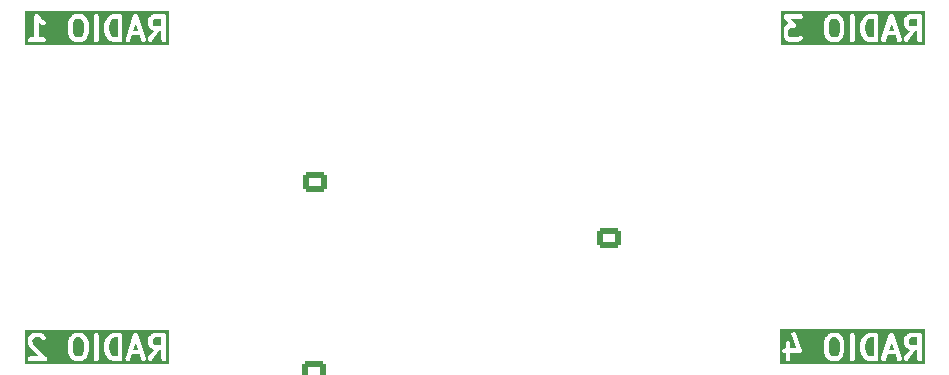
<source format=gbo>
G04 #@! TF.GenerationSoftware,KiCad,Pcbnew,9.0.0*
G04 #@! TF.CreationDate,2025-04-17T11:48:43-07:00*
G04 #@! TF.ProjectId,Telemetry_STM32_V3,54656c65-6d65-4747-9279-5f53544d3332,rev?*
G04 #@! TF.SameCoordinates,Original*
G04 #@! TF.FileFunction,Legend,Bot*
G04 #@! TF.FilePolarity,Positive*
%FSLAX46Y46*%
G04 Gerber Fmt 4.6, Leading zero omitted, Abs format (unit mm)*
G04 Created by KiCad (PCBNEW 9.0.0) date 2025-04-17 11:48:43*
%MOMM*%
%LPD*%
G01*
G04 APERTURE LIST*
G04 Aperture macros list*
%AMRoundRect*
0 Rectangle with rounded corners*
0 $1 Rounding radius*
0 $2 $3 $4 $5 $6 $7 $8 $9 X,Y pos of 4 corners*
0 Add a 4 corners polygon primitive as box body*
4,1,4,$2,$3,$4,$5,$6,$7,$8,$9,$2,$3,0*
0 Add four circle primitives for the rounded corners*
1,1,$1+$1,$2,$3*
1,1,$1+$1,$4,$5*
1,1,$1+$1,$6,$7*
1,1,$1+$1,$8,$9*
0 Add four rect primitives between the rounded corners*
20,1,$1+$1,$2,$3,$4,$5,0*
20,1,$1+$1,$4,$5,$6,$7,0*
20,1,$1+$1,$6,$7,$8,$9,0*
20,1,$1+$1,$8,$9,$2,$3,0*%
G04 Aperture macros list end*
%ADD10C,0.400000*%
%ADD11RoundRect,0.250000X0.750000X-0.600000X0.750000X0.600000X-0.750000X0.600000X-0.750000X-0.600000X0*%
%ADD12O,2.000000X1.700000*%
%ADD13C,1.810000*%
%ADD14C,3.200000*%
%ADD15R,1.700000X1.700000*%
%ADD16O,1.700000X1.700000*%
%ADD17O,1.200000X1.900000*%
%ADD18C,1.450000*%
%ADD19RoundRect,0.250000X-0.750000X0.600000X-0.750000X-0.600000X0.750000X-0.600000X0.750000X0.600000X0*%
%ADD20C,0.990600*%
%ADD21RoundRect,0.250000X0.725000X-0.600000X0.725000X0.600000X-0.725000X0.600000X-0.725000X-0.600000X0*%
%ADD22O,1.950000X1.700000*%
G04 APERTURE END LIST*
D10*
G36*
X117285038Y-124994047D02*
G01*
X117413391Y-125122401D01*
X117489223Y-125425727D01*
X117489223Y-126043148D01*
X117413391Y-126346473D01*
X117285036Y-126474829D01*
X117165820Y-126534438D01*
X116879293Y-126534438D01*
X116760075Y-126474829D01*
X116631720Y-126346472D01*
X116555890Y-126043148D01*
X116555890Y-125425726D01*
X116631720Y-125122401D01*
X116760076Y-124994046D01*
X116879293Y-124934438D01*
X117165820Y-124934438D01*
X117285038Y-124994047D01*
G37*
G36*
X120346366Y-126534438D02*
G01*
X120102632Y-126534438D01*
X119892496Y-126464393D01*
X119758356Y-126330251D01*
X119687450Y-126188440D01*
X119603509Y-125852672D01*
X119603509Y-125616202D01*
X119687450Y-125280434D01*
X119758356Y-125138622D01*
X119892497Y-125004482D01*
X120102632Y-124934438D01*
X120346366Y-124934438D01*
X120346366Y-126534438D01*
G37*
G36*
X124060652Y-125582057D02*
G01*
X123545960Y-125582057D01*
X123426742Y-125522448D01*
X123377404Y-125473108D01*
X123317795Y-125353890D01*
X123317795Y-125162603D01*
X123377404Y-125043384D01*
X123426742Y-124994047D01*
X123545960Y-124934438D01*
X124060652Y-124934438D01*
X124060652Y-125582057D01*
G37*
G36*
X122078404Y-125963009D02*
G01*
X121680995Y-125963009D01*
X121879699Y-125366894D01*
X122078404Y-125963009D01*
G37*
G36*
X124682874Y-127156660D02*
G01*
X112505096Y-127156660D01*
X112505096Y-125115390D01*
X112727318Y-125115390D01*
X112727318Y-125305866D01*
X112729263Y-125325615D01*
X112728889Y-125330881D01*
X112730464Y-125337809D01*
X112731161Y-125344884D01*
X112733181Y-125349762D01*
X112737581Y-125369112D01*
X112832819Y-125654826D01*
X112848804Y-125690626D01*
X112853511Y-125696054D01*
X112856262Y-125702694D01*
X112881135Y-125733001D01*
X113682571Y-126534438D01*
X112927318Y-126534438D01*
X112888300Y-126538281D01*
X112816204Y-126568144D01*
X112761024Y-126623324D01*
X112731161Y-126695420D01*
X112731161Y-126773456D01*
X112761024Y-126845552D01*
X112816204Y-126900732D01*
X112888300Y-126930595D01*
X112927318Y-126934438D01*
X114165413Y-126934438D01*
X114204431Y-126930595D01*
X114276527Y-126900732D01*
X114331707Y-126845552D01*
X114347696Y-126806952D01*
X114361570Y-126773457D01*
X114361570Y-126695420D01*
X114331707Y-126623324D01*
X114306835Y-126593017D01*
X113197363Y-125483545D01*
X113169883Y-125401104D01*
X116155890Y-125401104D01*
X116155890Y-126067771D01*
X116156560Y-126074579D01*
X116156127Y-126077493D01*
X116158285Y-126092094D01*
X116159733Y-126106789D01*
X116160860Y-126109511D01*
X116161861Y-126116278D01*
X116257099Y-126497230D01*
X116270291Y-126534151D01*
X116279143Y-126546098D01*
X116284834Y-126559837D01*
X116309706Y-126590144D01*
X116500182Y-126780621D01*
X116515520Y-126793208D01*
X116518981Y-126797199D01*
X116524997Y-126800986D01*
X116530489Y-126805493D01*
X116535367Y-126807513D01*
X116552161Y-126818085D01*
X116742638Y-126913324D01*
X116779255Y-126927336D01*
X116786424Y-126927845D01*
X116793062Y-126930595D01*
X116832080Y-126934438D01*
X117213033Y-126934438D01*
X117252051Y-126930595D01*
X117258688Y-126927845D01*
X117265858Y-126927336D01*
X117302476Y-126913323D01*
X117492952Y-126818085D01*
X117509743Y-126807515D01*
X117514623Y-126805494D01*
X117520116Y-126800985D01*
X117526132Y-126797199D01*
X117529592Y-126793208D01*
X117544931Y-126780621D01*
X117735406Y-126590144D01*
X117760279Y-126559837D01*
X117765969Y-126546098D01*
X117774822Y-126534151D01*
X117788014Y-126497230D01*
X117883251Y-126116278D01*
X117884251Y-126109514D01*
X117885380Y-126106789D01*
X117886828Y-126092086D01*
X117888986Y-126077493D01*
X117888552Y-126074579D01*
X117889223Y-126067771D01*
X117889223Y-125401104D01*
X117888552Y-125394295D01*
X117888986Y-125391382D01*
X117886828Y-125376788D01*
X117885380Y-125362086D01*
X117884251Y-125359360D01*
X117883251Y-125352597D01*
X117788014Y-124971645D01*
X117774822Y-124934724D01*
X117765969Y-124922776D01*
X117760279Y-124909038D01*
X117735407Y-124878731D01*
X117591113Y-124734438D01*
X118346366Y-124734438D01*
X118346366Y-126734438D01*
X118350209Y-126773456D01*
X118380072Y-126845552D01*
X118435252Y-126900732D01*
X118507348Y-126930595D01*
X118585384Y-126930595D01*
X118657480Y-126900732D01*
X118712660Y-126845552D01*
X118742523Y-126773456D01*
X118746366Y-126734438D01*
X118746366Y-125591580D01*
X119203509Y-125591580D01*
X119203509Y-125877295D01*
X119204179Y-125884103D01*
X119203746Y-125887017D01*
X119205904Y-125901618D01*
X119207352Y-125916313D01*
X119208479Y-125919035D01*
X119209480Y-125925802D01*
X119304718Y-126306754D01*
X119305746Y-126309633D01*
X119305849Y-126311072D01*
X119312059Y-126327300D01*
X119317910Y-126343675D01*
X119318769Y-126344834D01*
X119319862Y-126347690D01*
X119415100Y-126538166D01*
X119425669Y-126554957D01*
X119427691Y-126559837D01*
X119432199Y-126565330D01*
X119435986Y-126571346D01*
X119439976Y-126574806D01*
X119452563Y-126590144D01*
X119643039Y-126780621D01*
X119673346Y-126805493D01*
X119679985Y-126808243D01*
X119685415Y-126812952D01*
X119721216Y-126828937D01*
X120006931Y-126924175D01*
X120026277Y-126928573D01*
X120031158Y-126930595D01*
X120038234Y-126931291D01*
X120045162Y-126932867D01*
X120050427Y-126932492D01*
X120070176Y-126934438D01*
X120546366Y-126934438D01*
X120585384Y-126930595D01*
X120657480Y-126900732D01*
X120712660Y-126845552D01*
X120742523Y-126773456D01*
X120746366Y-126734438D01*
X120746366Y-126709423D01*
X121014604Y-126709423D01*
X121020135Y-126787263D01*
X121055034Y-126857061D01*
X121113987Y-126908190D01*
X121188018Y-126932867D01*
X121265858Y-126927336D01*
X121335656Y-126892437D01*
X121386785Y-126833484D01*
X121402770Y-126797684D01*
X121547662Y-126363009D01*
X122211738Y-126363009D01*
X122356629Y-126797684D01*
X122372614Y-126833484D01*
X122423743Y-126892437D01*
X122493541Y-126927336D01*
X122571381Y-126932868D01*
X122645412Y-126908190D01*
X122704365Y-126857061D01*
X122739264Y-126787263D01*
X122744795Y-126709424D01*
X122736103Y-126671193D01*
X122217503Y-125115390D01*
X122917795Y-125115390D01*
X122917795Y-125401104D01*
X122921638Y-125440122D01*
X122924387Y-125446759D01*
X122924897Y-125453929D01*
X122938910Y-125490547D01*
X123034148Y-125681023D01*
X123044719Y-125697816D01*
X123046739Y-125702693D01*
X123051245Y-125708184D01*
X123055034Y-125714203D01*
X123059025Y-125717664D01*
X123071611Y-125733001D01*
X123166849Y-125828240D01*
X123182188Y-125840829D01*
X123185648Y-125844818D01*
X123191659Y-125848602D01*
X123197156Y-125853113D01*
X123202038Y-125855135D01*
X123218828Y-125865704D01*
X123409305Y-125960943D01*
X123413883Y-125962695D01*
X122953949Y-126619745D01*
X122934722Y-126653914D01*
X122917842Y-126730103D01*
X122931404Y-126806952D01*
X122973342Y-126872761D01*
X123037271Y-126917511D01*
X123113460Y-126934391D01*
X123190309Y-126920829D01*
X123256118Y-126878891D01*
X123281641Y-126849131D01*
X123888593Y-125982057D01*
X124060652Y-125982057D01*
X124060652Y-126734438D01*
X124064495Y-126773456D01*
X124094358Y-126845552D01*
X124149538Y-126900732D01*
X124221634Y-126930595D01*
X124299670Y-126930595D01*
X124371766Y-126900732D01*
X124426946Y-126845552D01*
X124456809Y-126773456D01*
X124460652Y-126734438D01*
X124460652Y-124734438D01*
X124456809Y-124695420D01*
X124426946Y-124623324D01*
X124371766Y-124568144D01*
X124299670Y-124538281D01*
X124260652Y-124534438D01*
X123498747Y-124534438D01*
X123459729Y-124538281D01*
X123453091Y-124541030D01*
X123445922Y-124541540D01*
X123409305Y-124555552D01*
X123218828Y-124650791D01*
X123202036Y-124661360D01*
X123197157Y-124663382D01*
X123191664Y-124667889D01*
X123185648Y-124671677D01*
X123182186Y-124675668D01*
X123166850Y-124688255D01*
X123071612Y-124783493D01*
X123059025Y-124798828D01*
X123055034Y-124802291D01*
X123051246Y-124808307D01*
X123046739Y-124813800D01*
X123044717Y-124818679D01*
X123034148Y-124835471D01*
X122938910Y-125025947D01*
X122924897Y-125062565D01*
X122924387Y-125069734D01*
X122921638Y-125076372D01*
X122917795Y-125115390D01*
X122217503Y-125115390D01*
X122069437Y-124671193D01*
X122053452Y-124635392D01*
X122044090Y-124624597D01*
X122037699Y-124611815D01*
X122018753Y-124595384D01*
X122002323Y-124576439D01*
X121989540Y-124570047D01*
X121978746Y-124560686D01*
X121954959Y-124552757D01*
X121932525Y-124541540D01*
X121918269Y-124540527D01*
X121904715Y-124536009D01*
X121879702Y-124537786D01*
X121854685Y-124536009D01*
X121841127Y-124540528D01*
X121826875Y-124541541D01*
X121804445Y-124552755D01*
X121780654Y-124560686D01*
X121769859Y-124570047D01*
X121757077Y-124576439D01*
X121740646Y-124595384D01*
X121721701Y-124611815D01*
X121715309Y-124624597D01*
X121705948Y-124635392D01*
X121689963Y-124671193D01*
X121023296Y-126671192D01*
X121014604Y-126709423D01*
X120746366Y-126709423D01*
X120746366Y-124734438D01*
X120742523Y-124695420D01*
X120712660Y-124623324D01*
X120657480Y-124568144D01*
X120585384Y-124538281D01*
X120546366Y-124534438D01*
X120070176Y-124534438D01*
X120050427Y-124536383D01*
X120045162Y-124536009D01*
X120038234Y-124537584D01*
X120031158Y-124538281D01*
X120026277Y-124540302D01*
X120006931Y-124544701D01*
X119721216Y-124639939D01*
X119685415Y-124655924D01*
X119679986Y-124660631D01*
X119673347Y-124663382D01*
X119643040Y-124688254D01*
X119452564Y-124878731D01*
X119439977Y-124894066D01*
X119435986Y-124897529D01*
X119432198Y-124903545D01*
X119427691Y-124909038D01*
X119425669Y-124913917D01*
X119415100Y-124930709D01*
X119319862Y-125121185D01*
X119318769Y-125124040D01*
X119317910Y-125125200D01*
X119312059Y-125141574D01*
X119305849Y-125157803D01*
X119305746Y-125159241D01*
X119304718Y-125162121D01*
X119209480Y-125543073D01*
X119208479Y-125549839D01*
X119207352Y-125552562D01*
X119205904Y-125567256D01*
X119203746Y-125581858D01*
X119204179Y-125584771D01*
X119203509Y-125591580D01*
X118746366Y-125591580D01*
X118746366Y-124734438D01*
X118742523Y-124695420D01*
X118712660Y-124623324D01*
X118657480Y-124568144D01*
X118585384Y-124538281D01*
X118507348Y-124538281D01*
X118435252Y-124568144D01*
X118380072Y-124623324D01*
X118350209Y-124695420D01*
X118346366Y-124734438D01*
X117591113Y-124734438D01*
X117544930Y-124688255D01*
X117529594Y-124675668D01*
X117526132Y-124671677D01*
X117520115Y-124667889D01*
X117514623Y-124663382D01*
X117509743Y-124661360D01*
X117492952Y-124650791D01*
X117302476Y-124555553D01*
X117265858Y-124541540D01*
X117258688Y-124541030D01*
X117252051Y-124538281D01*
X117213033Y-124534438D01*
X116832080Y-124534438D01*
X116793062Y-124538281D01*
X116786424Y-124541030D01*
X116779255Y-124541540D01*
X116742638Y-124555552D01*
X116552161Y-124650791D01*
X116535369Y-124661360D01*
X116530490Y-124663382D01*
X116524996Y-124667890D01*
X116518981Y-124671677D01*
X116515520Y-124675666D01*
X116500183Y-124688254D01*
X116309707Y-124878731D01*
X116284834Y-124909038D01*
X116279143Y-124922776D01*
X116270291Y-124934724D01*
X116257099Y-124971645D01*
X116161861Y-125352597D01*
X116160860Y-125359363D01*
X116159733Y-125362086D01*
X116158285Y-125376780D01*
X116156127Y-125391382D01*
X116156560Y-125394295D01*
X116155890Y-125401104D01*
X113169883Y-125401104D01*
X113127318Y-125273409D01*
X113127318Y-125162603D01*
X113186927Y-125043384D01*
X113236265Y-124994047D01*
X113355483Y-124934438D01*
X113737248Y-124934438D01*
X113856466Y-124994047D01*
X113928754Y-125066335D01*
X113959061Y-125091208D01*
X114031157Y-125121071D01*
X114109193Y-125121071D01*
X114181289Y-125091208D01*
X114236469Y-125036028D01*
X114266332Y-124963932D01*
X114266332Y-124885896D01*
X114236469Y-124813800D01*
X114211596Y-124783493D01*
X114116358Y-124688255D01*
X114101022Y-124675668D01*
X114097560Y-124671677D01*
X114091543Y-124667889D01*
X114086051Y-124663382D01*
X114081171Y-124661360D01*
X114064380Y-124650791D01*
X113873904Y-124555553D01*
X113837286Y-124541540D01*
X113830116Y-124541030D01*
X113823479Y-124538281D01*
X113784461Y-124534438D01*
X113308270Y-124534438D01*
X113269252Y-124538281D01*
X113262614Y-124541030D01*
X113255445Y-124541540D01*
X113218828Y-124555552D01*
X113028351Y-124650791D01*
X113011559Y-124661360D01*
X113006680Y-124663382D01*
X113001187Y-124667889D01*
X112995171Y-124671677D01*
X112991709Y-124675668D01*
X112976373Y-124688255D01*
X112881135Y-124783493D01*
X112868548Y-124798828D01*
X112864557Y-124802291D01*
X112860769Y-124808307D01*
X112856262Y-124813800D01*
X112854240Y-124818679D01*
X112843671Y-124835471D01*
X112748433Y-125025947D01*
X112734420Y-125062565D01*
X112733910Y-125069734D01*
X112731161Y-125076372D01*
X112727318Y-125115390D01*
X112505096Y-125115390D01*
X112505096Y-124312216D01*
X124682874Y-124312216D01*
X124682874Y-127156660D01*
G37*
G36*
X117285038Y-97994047D02*
G01*
X117413391Y-98122401D01*
X117489223Y-98425727D01*
X117489223Y-99043148D01*
X117413391Y-99346473D01*
X117285036Y-99474829D01*
X117165820Y-99534438D01*
X116879293Y-99534438D01*
X116760075Y-99474829D01*
X116631720Y-99346472D01*
X116555890Y-99043148D01*
X116555890Y-98425726D01*
X116631720Y-98122401D01*
X116760076Y-97994046D01*
X116879293Y-97934438D01*
X117165820Y-97934438D01*
X117285038Y-97994047D01*
G37*
G36*
X120346366Y-99534438D02*
G01*
X120102632Y-99534438D01*
X119892496Y-99464393D01*
X119758356Y-99330251D01*
X119687450Y-99188440D01*
X119603509Y-98852672D01*
X119603509Y-98616202D01*
X119687450Y-98280434D01*
X119758356Y-98138622D01*
X119892497Y-98004482D01*
X120102632Y-97934438D01*
X120346366Y-97934438D01*
X120346366Y-99534438D01*
G37*
G36*
X124060652Y-98582057D02*
G01*
X123545960Y-98582057D01*
X123426742Y-98522448D01*
X123377404Y-98473108D01*
X123317795Y-98353890D01*
X123317795Y-98162603D01*
X123377404Y-98043384D01*
X123426742Y-97994047D01*
X123545960Y-97934438D01*
X124060652Y-97934438D01*
X124060652Y-98582057D01*
G37*
G36*
X122078404Y-98963009D02*
G01*
X121680995Y-98963009D01*
X121879699Y-98366894D01*
X122078404Y-98963009D01*
G37*
G36*
X124682874Y-100156660D02*
G01*
X112508939Y-100156660D01*
X112508939Y-99695420D01*
X112731161Y-99695420D01*
X112731161Y-99773456D01*
X112761024Y-99845552D01*
X112816204Y-99900732D01*
X112888300Y-99930595D01*
X112927318Y-99934438D01*
X114070175Y-99934438D01*
X114109193Y-99930595D01*
X114181289Y-99900732D01*
X114236469Y-99845552D01*
X114266332Y-99773456D01*
X114266332Y-99695420D01*
X114236469Y-99623324D01*
X114181289Y-99568144D01*
X114109193Y-99538281D01*
X114070175Y-99534438D01*
X113698747Y-99534438D01*
X113698747Y-98312518D01*
X113738278Y-98352050D01*
X113753615Y-98364637D01*
X113757076Y-98368627D01*
X113763091Y-98372413D01*
X113768585Y-98376922D01*
X113773464Y-98378943D01*
X113790256Y-98389513D01*
X113980733Y-98484752D01*
X114017350Y-98498764D01*
X114095190Y-98504296D01*
X114169222Y-98479618D01*
X114228174Y-98428489D01*
X114241867Y-98401104D01*
X116155890Y-98401104D01*
X116155890Y-99067771D01*
X116156560Y-99074579D01*
X116156127Y-99077493D01*
X116158285Y-99092094D01*
X116159733Y-99106789D01*
X116160860Y-99109511D01*
X116161861Y-99116278D01*
X116257099Y-99497230D01*
X116270291Y-99534151D01*
X116279143Y-99546098D01*
X116284834Y-99559837D01*
X116309706Y-99590144D01*
X116500182Y-99780621D01*
X116515520Y-99793208D01*
X116518981Y-99797199D01*
X116524997Y-99800986D01*
X116530489Y-99805493D01*
X116535367Y-99807513D01*
X116552161Y-99818085D01*
X116742638Y-99913324D01*
X116779255Y-99927336D01*
X116786424Y-99927845D01*
X116793062Y-99930595D01*
X116832080Y-99934438D01*
X117213033Y-99934438D01*
X117252051Y-99930595D01*
X117258688Y-99927845D01*
X117265858Y-99927336D01*
X117302476Y-99913323D01*
X117492952Y-99818085D01*
X117509743Y-99807515D01*
X117514623Y-99805494D01*
X117520116Y-99800985D01*
X117526132Y-99797199D01*
X117529592Y-99793208D01*
X117544931Y-99780621D01*
X117735406Y-99590144D01*
X117760279Y-99559837D01*
X117765969Y-99546098D01*
X117774822Y-99534151D01*
X117788014Y-99497230D01*
X117883251Y-99116278D01*
X117884251Y-99109514D01*
X117885380Y-99106789D01*
X117886828Y-99092086D01*
X117888986Y-99077493D01*
X117888552Y-99074579D01*
X117889223Y-99067771D01*
X117889223Y-98401104D01*
X117888552Y-98394295D01*
X117888986Y-98391382D01*
X117886828Y-98376788D01*
X117885380Y-98362086D01*
X117884251Y-98359360D01*
X117883251Y-98352597D01*
X117788014Y-97971645D01*
X117774822Y-97934724D01*
X117765969Y-97922776D01*
X117760279Y-97909038D01*
X117735407Y-97878731D01*
X117591113Y-97734438D01*
X118346366Y-97734438D01*
X118346366Y-99734438D01*
X118350209Y-99773456D01*
X118380072Y-99845552D01*
X118435252Y-99900732D01*
X118507348Y-99930595D01*
X118585384Y-99930595D01*
X118657480Y-99900732D01*
X118712660Y-99845552D01*
X118742523Y-99773456D01*
X118746366Y-99734438D01*
X118746366Y-98591580D01*
X119203509Y-98591580D01*
X119203509Y-98877295D01*
X119204179Y-98884103D01*
X119203746Y-98887017D01*
X119205904Y-98901618D01*
X119207352Y-98916313D01*
X119208479Y-98919035D01*
X119209480Y-98925802D01*
X119304718Y-99306754D01*
X119305746Y-99309633D01*
X119305849Y-99311072D01*
X119312059Y-99327300D01*
X119317910Y-99343675D01*
X119318769Y-99344834D01*
X119319862Y-99347690D01*
X119415100Y-99538166D01*
X119425669Y-99554957D01*
X119427691Y-99559837D01*
X119432199Y-99565330D01*
X119435986Y-99571346D01*
X119439976Y-99574806D01*
X119452563Y-99590144D01*
X119643039Y-99780621D01*
X119673346Y-99805493D01*
X119679985Y-99808243D01*
X119685415Y-99812952D01*
X119721216Y-99828937D01*
X120006931Y-99924175D01*
X120026277Y-99928573D01*
X120031158Y-99930595D01*
X120038234Y-99931291D01*
X120045162Y-99932867D01*
X120050427Y-99932492D01*
X120070176Y-99934438D01*
X120546366Y-99934438D01*
X120585384Y-99930595D01*
X120657480Y-99900732D01*
X120712660Y-99845552D01*
X120742523Y-99773456D01*
X120746366Y-99734438D01*
X120746366Y-99709423D01*
X121014604Y-99709423D01*
X121020135Y-99787263D01*
X121055034Y-99857061D01*
X121113987Y-99908190D01*
X121188018Y-99932867D01*
X121265858Y-99927336D01*
X121335656Y-99892437D01*
X121386785Y-99833484D01*
X121402770Y-99797684D01*
X121547662Y-99363009D01*
X122211738Y-99363009D01*
X122356629Y-99797684D01*
X122372614Y-99833484D01*
X122423743Y-99892437D01*
X122493541Y-99927336D01*
X122571381Y-99932868D01*
X122645412Y-99908190D01*
X122704365Y-99857061D01*
X122739264Y-99787263D01*
X122744795Y-99709424D01*
X122736103Y-99671193D01*
X122217503Y-98115390D01*
X122917795Y-98115390D01*
X122917795Y-98401104D01*
X122921638Y-98440122D01*
X122924387Y-98446759D01*
X122924897Y-98453929D01*
X122938910Y-98490547D01*
X123034148Y-98681023D01*
X123044719Y-98697816D01*
X123046739Y-98702693D01*
X123051245Y-98708184D01*
X123055034Y-98714203D01*
X123059025Y-98717664D01*
X123071611Y-98733001D01*
X123166849Y-98828240D01*
X123182188Y-98840829D01*
X123185648Y-98844818D01*
X123191659Y-98848602D01*
X123197156Y-98853113D01*
X123202038Y-98855135D01*
X123218828Y-98865704D01*
X123409305Y-98960943D01*
X123413883Y-98962695D01*
X122953949Y-99619745D01*
X122934722Y-99653914D01*
X122917842Y-99730103D01*
X122931404Y-99806952D01*
X122973342Y-99872761D01*
X123037271Y-99917511D01*
X123113460Y-99934391D01*
X123190309Y-99920829D01*
X123256118Y-99878891D01*
X123281641Y-99849131D01*
X123888593Y-98982057D01*
X124060652Y-98982057D01*
X124060652Y-99734438D01*
X124064495Y-99773456D01*
X124094358Y-99845552D01*
X124149538Y-99900732D01*
X124221634Y-99930595D01*
X124299670Y-99930595D01*
X124371766Y-99900732D01*
X124426946Y-99845552D01*
X124456809Y-99773456D01*
X124460652Y-99734438D01*
X124460652Y-97734438D01*
X124456809Y-97695420D01*
X124426946Y-97623324D01*
X124371766Y-97568144D01*
X124299670Y-97538281D01*
X124260652Y-97534438D01*
X123498747Y-97534438D01*
X123459729Y-97538281D01*
X123453091Y-97541030D01*
X123445922Y-97541540D01*
X123409305Y-97555552D01*
X123218828Y-97650791D01*
X123202036Y-97661360D01*
X123197157Y-97663382D01*
X123191664Y-97667889D01*
X123185648Y-97671677D01*
X123182186Y-97675668D01*
X123166850Y-97688255D01*
X123071612Y-97783493D01*
X123059025Y-97798828D01*
X123055034Y-97802291D01*
X123051246Y-97808307D01*
X123046739Y-97813800D01*
X123044717Y-97818679D01*
X123034148Y-97835471D01*
X122938910Y-98025947D01*
X122924897Y-98062565D01*
X122924387Y-98069734D01*
X122921638Y-98076372D01*
X122917795Y-98115390D01*
X122217503Y-98115390D01*
X122069437Y-97671193D01*
X122053452Y-97635392D01*
X122044090Y-97624597D01*
X122037699Y-97611815D01*
X122018753Y-97595384D01*
X122002323Y-97576439D01*
X121989540Y-97570047D01*
X121978746Y-97560686D01*
X121954959Y-97552757D01*
X121932525Y-97541540D01*
X121918269Y-97540527D01*
X121904715Y-97536009D01*
X121879702Y-97537786D01*
X121854685Y-97536009D01*
X121841127Y-97540528D01*
X121826875Y-97541541D01*
X121804445Y-97552755D01*
X121780654Y-97560686D01*
X121769859Y-97570047D01*
X121757077Y-97576439D01*
X121740646Y-97595384D01*
X121721701Y-97611815D01*
X121715309Y-97624597D01*
X121705948Y-97635392D01*
X121689963Y-97671193D01*
X121023296Y-99671192D01*
X121014604Y-99709423D01*
X120746366Y-99709423D01*
X120746366Y-97734438D01*
X120742523Y-97695420D01*
X120712660Y-97623324D01*
X120657480Y-97568144D01*
X120585384Y-97538281D01*
X120546366Y-97534438D01*
X120070176Y-97534438D01*
X120050427Y-97536383D01*
X120045162Y-97536009D01*
X120038234Y-97537584D01*
X120031158Y-97538281D01*
X120026277Y-97540302D01*
X120006931Y-97544701D01*
X119721216Y-97639939D01*
X119685415Y-97655924D01*
X119679986Y-97660631D01*
X119673347Y-97663382D01*
X119643040Y-97688254D01*
X119452564Y-97878731D01*
X119439977Y-97894066D01*
X119435986Y-97897529D01*
X119432198Y-97903545D01*
X119427691Y-97909038D01*
X119425669Y-97913917D01*
X119415100Y-97930709D01*
X119319862Y-98121185D01*
X119318769Y-98124040D01*
X119317910Y-98125200D01*
X119312059Y-98141574D01*
X119305849Y-98157803D01*
X119305746Y-98159241D01*
X119304718Y-98162121D01*
X119209480Y-98543073D01*
X119208479Y-98549839D01*
X119207352Y-98552562D01*
X119205904Y-98567256D01*
X119203746Y-98581858D01*
X119204179Y-98584771D01*
X119203509Y-98591580D01*
X118746366Y-98591580D01*
X118746366Y-97734438D01*
X118742523Y-97695420D01*
X118712660Y-97623324D01*
X118657480Y-97568144D01*
X118585384Y-97538281D01*
X118507348Y-97538281D01*
X118435252Y-97568144D01*
X118380072Y-97623324D01*
X118350209Y-97695420D01*
X118346366Y-97734438D01*
X117591113Y-97734438D01*
X117544930Y-97688255D01*
X117529594Y-97675668D01*
X117526132Y-97671677D01*
X117520115Y-97667889D01*
X117514623Y-97663382D01*
X117509743Y-97661360D01*
X117492952Y-97650791D01*
X117302476Y-97555553D01*
X117265858Y-97541540D01*
X117258688Y-97541030D01*
X117252051Y-97538281D01*
X117213033Y-97534438D01*
X116832080Y-97534438D01*
X116793062Y-97538281D01*
X116786424Y-97541030D01*
X116779255Y-97541540D01*
X116742638Y-97555552D01*
X116552161Y-97650791D01*
X116535369Y-97661360D01*
X116530490Y-97663382D01*
X116524996Y-97667890D01*
X116518981Y-97671677D01*
X116515520Y-97675666D01*
X116500183Y-97688254D01*
X116309707Y-97878731D01*
X116284834Y-97909038D01*
X116279143Y-97922776D01*
X116270291Y-97934724D01*
X116257099Y-97971645D01*
X116161861Y-98352597D01*
X116160860Y-98359363D01*
X116159733Y-98362086D01*
X116158285Y-98376780D01*
X116156127Y-98391382D01*
X116156560Y-98394295D01*
X116155890Y-98401104D01*
X114241867Y-98401104D01*
X114263073Y-98358691D01*
X114268605Y-98280852D01*
X114243928Y-98206820D01*
X114192798Y-98147867D01*
X114159618Y-98126981D01*
X113998171Y-98046257D01*
X113844648Y-97892735D01*
X113665157Y-97623498D01*
X113665068Y-97623389D01*
X113665041Y-97623324D01*
X113664894Y-97623177D01*
X113640316Y-97593165D01*
X113623864Y-97582147D01*
X113609861Y-97568144D01*
X113591758Y-97560645D01*
X113575477Y-97549742D01*
X113556058Y-97545858D01*
X113537765Y-97538281D01*
X113518171Y-97538281D01*
X113498956Y-97534438D01*
X113479530Y-97538281D01*
X113459729Y-97538281D01*
X113441626Y-97545779D01*
X113422404Y-97549582D01*
X113405928Y-97560565D01*
X113387633Y-97568144D01*
X113373776Y-97582000D01*
X113357474Y-97592869D01*
X113346456Y-97609320D01*
X113332453Y-97623324D01*
X113324954Y-97641426D01*
X113314051Y-97657708D01*
X113310167Y-97677126D01*
X113302590Y-97695420D01*
X113298787Y-97734026D01*
X113298747Y-97734229D01*
X113298760Y-97734298D01*
X113298747Y-97734438D01*
X113298747Y-99534438D01*
X112927318Y-99534438D01*
X112888300Y-99538281D01*
X112816204Y-99568144D01*
X112761024Y-99623324D01*
X112731161Y-99695420D01*
X112508939Y-99695420D01*
X112508939Y-97312216D01*
X124682874Y-97312216D01*
X124682874Y-100156660D01*
G37*
G36*
X181285038Y-124994047D02*
G01*
X181413391Y-125122401D01*
X181489223Y-125425727D01*
X181489223Y-126043148D01*
X181413391Y-126346473D01*
X181285036Y-126474829D01*
X181165820Y-126534438D01*
X180879293Y-126534438D01*
X180760075Y-126474829D01*
X180631720Y-126346472D01*
X180555890Y-126043148D01*
X180555890Y-125425726D01*
X180631720Y-125122401D01*
X180760076Y-124994046D01*
X180879293Y-124934438D01*
X181165820Y-124934438D01*
X181285038Y-124994047D01*
G37*
G36*
X184346366Y-126534438D02*
G01*
X184102632Y-126534438D01*
X183892496Y-126464393D01*
X183758356Y-126330251D01*
X183687450Y-126188440D01*
X183603509Y-125852672D01*
X183603509Y-125616202D01*
X183687450Y-125280434D01*
X183758356Y-125138622D01*
X183892497Y-125004482D01*
X184102632Y-124934438D01*
X184346366Y-124934438D01*
X184346366Y-126534438D01*
G37*
G36*
X188060652Y-125582057D02*
G01*
X187545960Y-125582057D01*
X187426742Y-125522448D01*
X187377404Y-125473108D01*
X187317795Y-125353890D01*
X187317795Y-125162603D01*
X187377404Y-125043384D01*
X187426742Y-124994047D01*
X187545960Y-124934438D01*
X188060652Y-124934438D01*
X188060652Y-125582057D01*
G37*
G36*
X186078404Y-125963009D02*
G01*
X185680995Y-125963009D01*
X185879699Y-125366894D01*
X186078404Y-125963009D01*
G37*
G36*
X188682874Y-127156660D02*
G01*
X176413701Y-127156660D01*
X176413701Y-126028753D01*
X176635923Y-126028753D01*
X176635923Y-126106789D01*
X176665786Y-126178885D01*
X176720966Y-126234065D01*
X176793062Y-126263928D01*
X176832080Y-126267771D01*
X176917794Y-126267771D01*
X176917794Y-126734438D01*
X176921637Y-126773456D01*
X176951500Y-126845552D01*
X177006680Y-126900732D01*
X177078776Y-126930595D01*
X177156812Y-126930595D01*
X177228908Y-126900732D01*
X177284088Y-126845552D01*
X177313951Y-126773456D01*
X177317794Y-126734438D01*
X177317794Y-126267771D01*
X178070175Y-126267771D01*
X178089924Y-126265825D01*
X178095190Y-126266200D01*
X178098991Y-126264932D01*
X178109193Y-126263928D01*
X178138813Y-126251658D01*
X178169221Y-126241523D01*
X178174649Y-126236815D01*
X178181289Y-126234065D01*
X178203956Y-126211397D01*
X178228174Y-126190394D01*
X178231388Y-126183966D01*
X178236469Y-126178885D01*
X178248735Y-126149271D01*
X178263073Y-126120596D01*
X178263582Y-126113427D01*
X178266332Y-126106789D01*
X178266332Y-126074731D01*
X178268604Y-126042757D01*
X178266332Y-126032763D01*
X178266332Y-126028753D01*
X178264310Y-126023872D01*
X178259912Y-126004526D01*
X178058772Y-125401104D01*
X180155890Y-125401104D01*
X180155890Y-126067771D01*
X180156560Y-126074579D01*
X180156127Y-126077493D01*
X180158285Y-126092094D01*
X180159733Y-126106789D01*
X180160860Y-126109511D01*
X180161861Y-126116278D01*
X180257099Y-126497230D01*
X180270291Y-126534151D01*
X180279143Y-126546098D01*
X180284834Y-126559837D01*
X180309706Y-126590144D01*
X180500182Y-126780621D01*
X180515520Y-126793208D01*
X180518981Y-126797199D01*
X180524997Y-126800986D01*
X180530489Y-126805493D01*
X180535367Y-126807513D01*
X180552161Y-126818085D01*
X180742638Y-126913324D01*
X180779255Y-126927336D01*
X180786424Y-126927845D01*
X180793062Y-126930595D01*
X180832080Y-126934438D01*
X181213033Y-126934438D01*
X181252051Y-126930595D01*
X181258688Y-126927845D01*
X181265858Y-126927336D01*
X181302476Y-126913323D01*
X181492952Y-126818085D01*
X181509743Y-126807515D01*
X181514623Y-126805494D01*
X181520116Y-126800985D01*
X181526132Y-126797199D01*
X181529592Y-126793208D01*
X181544931Y-126780621D01*
X181735406Y-126590144D01*
X181760279Y-126559837D01*
X181765969Y-126546098D01*
X181774822Y-126534151D01*
X181788014Y-126497230D01*
X181883251Y-126116278D01*
X181884251Y-126109514D01*
X181885380Y-126106789D01*
X181886828Y-126092086D01*
X181888986Y-126077493D01*
X181888552Y-126074579D01*
X181889223Y-126067771D01*
X181889223Y-125401104D01*
X181888552Y-125394295D01*
X181888986Y-125391382D01*
X181886828Y-125376788D01*
X181885380Y-125362086D01*
X181884251Y-125359360D01*
X181883251Y-125352597D01*
X181788014Y-124971645D01*
X181774822Y-124934724D01*
X181765969Y-124922776D01*
X181760279Y-124909038D01*
X181735407Y-124878731D01*
X181591113Y-124734438D01*
X182346366Y-124734438D01*
X182346366Y-126734438D01*
X182350209Y-126773456D01*
X182380072Y-126845552D01*
X182435252Y-126900732D01*
X182507348Y-126930595D01*
X182585384Y-126930595D01*
X182657480Y-126900732D01*
X182712660Y-126845552D01*
X182742523Y-126773456D01*
X182746366Y-126734438D01*
X182746366Y-125591580D01*
X183203509Y-125591580D01*
X183203509Y-125877295D01*
X183204179Y-125884103D01*
X183203746Y-125887017D01*
X183205904Y-125901618D01*
X183207352Y-125916313D01*
X183208479Y-125919035D01*
X183209480Y-125925802D01*
X183304718Y-126306754D01*
X183305746Y-126309633D01*
X183305849Y-126311072D01*
X183312059Y-126327300D01*
X183317910Y-126343675D01*
X183318769Y-126344834D01*
X183319862Y-126347690D01*
X183415100Y-126538166D01*
X183425669Y-126554957D01*
X183427691Y-126559837D01*
X183432199Y-126565330D01*
X183435986Y-126571346D01*
X183439976Y-126574806D01*
X183452563Y-126590144D01*
X183643039Y-126780621D01*
X183673346Y-126805493D01*
X183679985Y-126808243D01*
X183685415Y-126812952D01*
X183721216Y-126828937D01*
X184006931Y-126924175D01*
X184026277Y-126928573D01*
X184031158Y-126930595D01*
X184038234Y-126931291D01*
X184045162Y-126932867D01*
X184050427Y-126932492D01*
X184070176Y-126934438D01*
X184546366Y-126934438D01*
X184585384Y-126930595D01*
X184657480Y-126900732D01*
X184712660Y-126845552D01*
X184742523Y-126773456D01*
X184746366Y-126734438D01*
X184746366Y-126709423D01*
X185014604Y-126709423D01*
X185020135Y-126787263D01*
X185055034Y-126857061D01*
X185113987Y-126908190D01*
X185188018Y-126932867D01*
X185265858Y-126927336D01*
X185335656Y-126892437D01*
X185386785Y-126833484D01*
X185402770Y-126797684D01*
X185547662Y-126363009D01*
X186211738Y-126363009D01*
X186356629Y-126797684D01*
X186372614Y-126833484D01*
X186423743Y-126892437D01*
X186493541Y-126927336D01*
X186571381Y-126932868D01*
X186645412Y-126908190D01*
X186704365Y-126857061D01*
X186739264Y-126787263D01*
X186744795Y-126709424D01*
X186736103Y-126671193D01*
X186217503Y-125115390D01*
X186917795Y-125115390D01*
X186917795Y-125401104D01*
X186921638Y-125440122D01*
X186924387Y-125446759D01*
X186924897Y-125453929D01*
X186938910Y-125490547D01*
X187034148Y-125681023D01*
X187044719Y-125697816D01*
X187046739Y-125702693D01*
X187051245Y-125708184D01*
X187055034Y-125714203D01*
X187059025Y-125717664D01*
X187071611Y-125733001D01*
X187166849Y-125828240D01*
X187182188Y-125840829D01*
X187185648Y-125844818D01*
X187191659Y-125848602D01*
X187197156Y-125853113D01*
X187202038Y-125855135D01*
X187218828Y-125865704D01*
X187409305Y-125960943D01*
X187413883Y-125962695D01*
X186953949Y-126619745D01*
X186934722Y-126653914D01*
X186917842Y-126730103D01*
X186931404Y-126806952D01*
X186973342Y-126872761D01*
X187037271Y-126917511D01*
X187113460Y-126934391D01*
X187190309Y-126920829D01*
X187256118Y-126878891D01*
X187281641Y-126849131D01*
X187888593Y-125982057D01*
X188060652Y-125982057D01*
X188060652Y-126734438D01*
X188064495Y-126773456D01*
X188094358Y-126845552D01*
X188149538Y-126900732D01*
X188221634Y-126930595D01*
X188299670Y-126930595D01*
X188371766Y-126900732D01*
X188426946Y-126845552D01*
X188456809Y-126773456D01*
X188460652Y-126734438D01*
X188460652Y-124734438D01*
X188456809Y-124695420D01*
X188426946Y-124623324D01*
X188371766Y-124568144D01*
X188299670Y-124538281D01*
X188260652Y-124534438D01*
X187498747Y-124534438D01*
X187459729Y-124538281D01*
X187453091Y-124541030D01*
X187445922Y-124541540D01*
X187409305Y-124555552D01*
X187218828Y-124650791D01*
X187202036Y-124661360D01*
X187197157Y-124663382D01*
X187191664Y-124667889D01*
X187185648Y-124671677D01*
X187182186Y-124675668D01*
X187166850Y-124688255D01*
X187071612Y-124783493D01*
X187059025Y-124798828D01*
X187055034Y-124802291D01*
X187051246Y-124808307D01*
X187046739Y-124813800D01*
X187044717Y-124818679D01*
X187034148Y-124835471D01*
X186938910Y-125025947D01*
X186924897Y-125062565D01*
X186924387Y-125069734D01*
X186921638Y-125076372D01*
X186917795Y-125115390D01*
X186217503Y-125115390D01*
X186069437Y-124671193D01*
X186053452Y-124635392D01*
X186044090Y-124624597D01*
X186037699Y-124611815D01*
X186018753Y-124595384D01*
X186002323Y-124576439D01*
X185989540Y-124570047D01*
X185978746Y-124560686D01*
X185954959Y-124552757D01*
X185932525Y-124541540D01*
X185918269Y-124540527D01*
X185904715Y-124536009D01*
X185879702Y-124537786D01*
X185854685Y-124536009D01*
X185841127Y-124540528D01*
X185826875Y-124541541D01*
X185804445Y-124552755D01*
X185780654Y-124560686D01*
X185769859Y-124570047D01*
X185757077Y-124576439D01*
X185740646Y-124595384D01*
X185721701Y-124611815D01*
X185715309Y-124624597D01*
X185705948Y-124635392D01*
X185689963Y-124671193D01*
X185023296Y-126671192D01*
X185014604Y-126709423D01*
X184746366Y-126709423D01*
X184746366Y-124734438D01*
X184742523Y-124695420D01*
X184712660Y-124623324D01*
X184657480Y-124568144D01*
X184585384Y-124538281D01*
X184546366Y-124534438D01*
X184070176Y-124534438D01*
X184050427Y-124536383D01*
X184045162Y-124536009D01*
X184038234Y-124537584D01*
X184031158Y-124538281D01*
X184026277Y-124540302D01*
X184006931Y-124544701D01*
X183721216Y-124639939D01*
X183685415Y-124655924D01*
X183679986Y-124660631D01*
X183673347Y-124663382D01*
X183643040Y-124688254D01*
X183452564Y-124878731D01*
X183439977Y-124894066D01*
X183435986Y-124897529D01*
X183432198Y-124903545D01*
X183427691Y-124909038D01*
X183425669Y-124913917D01*
X183415100Y-124930709D01*
X183319862Y-125121185D01*
X183318769Y-125124040D01*
X183317910Y-125125200D01*
X183312059Y-125141574D01*
X183305849Y-125157803D01*
X183305746Y-125159241D01*
X183304718Y-125162121D01*
X183209480Y-125543073D01*
X183208479Y-125549839D01*
X183207352Y-125552562D01*
X183205904Y-125567256D01*
X183203746Y-125581858D01*
X183204179Y-125584771D01*
X183203509Y-125591580D01*
X182746366Y-125591580D01*
X182746366Y-124734438D01*
X182742523Y-124695420D01*
X182712660Y-124623324D01*
X182657480Y-124568144D01*
X182585384Y-124538281D01*
X182507348Y-124538281D01*
X182435252Y-124568144D01*
X182380072Y-124623324D01*
X182350209Y-124695420D01*
X182346366Y-124734438D01*
X181591113Y-124734438D01*
X181544930Y-124688255D01*
X181529594Y-124675668D01*
X181526132Y-124671677D01*
X181520115Y-124667889D01*
X181514623Y-124663382D01*
X181509743Y-124661360D01*
X181492952Y-124650791D01*
X181302476Y-124555553D01*
X181265858Y-124541540D01*
X181258688Y-124541030D01*
X181252051Y-124538281D01*
X181213033Y-124534438D01*
X180832080Y-124534438D01*
X180793062Y-124538281D01*
X180786424Y-124541030D01*
X180779255Y-124541540D01*
X180742638Y-124555552D01*
X180552161Y-124650791D01*
X180535369Y-124661360D01*
X180530490Y-124663382D01*
X180524996Y-124667890D01*
X180518981Y-124671677D01*
X180515520Y-124675666D01*
X180500183Y-124688254D01*
X180309707Y-124878731D01*
X180284834Y-124909038D01*
X180279143Y-124922776D01*
X180270291Y-124934724D01*
X180257099Y-124971645D01*
X180161861Y-125352597D01*
X180160860Y-125359363D01*
X180159733Y-125362086D01*
X180158285Y-125376780D01*
X180156127Y-125391382D01*
X180156560Y-125394295D01*
X180155890Y-125401104D01*
X178058772Y-125401104D01*
X177783722Y-124575954D01*
X177767737Y-124540154D01*
X177716608Y-124481201D01*
X177646810Y-124446302D01*
X177568970Y-124440771D01*
X177494939Y-124465448D01*
X177435986Y-124516577D01*
X177401087Y-124586375D01*
X177395556Y-124664215D01*
X177404248Y-124702446D01*
X177792689Y-125867771D01*
X177317794Y-125867771D01*
X177317794Y-125401104D01*
X177313951Y-125362086D01*
X177284088Y-125289990D01*
X177228908Y-125234810D01*
X177156812Y-125204947D01*
X177078776Y-125204947D01*
X177006680Y-125234810D01*
X176951500Y-125289990D01*
X176921637Y-125362086D01*
X176917794Y-125401104D01*
X176917794Y-125867771D01*
X176832080Y-125867771D01*
X176793062Y-125871614D01*
X176720966Y-125901477D01*
X176665786Y-125956657D01*
X176635923Y-126028753D01*
X176413701Y-126028753D01*
X176413701Y-124218549D01*
X188682874Y-124218549D01*
X188682874Y-127156660D01*
G37*
G36*
X181285038Y-97994047D02*
G01*
X181413391Y-98122401D01*
X181489223Y-98425727D01*
X181489223Y-99043148D01*
X181413391Y-99346473D01*
X181285036Y-99474829D01*
X181165820Y-99534438D01*
X180879293Y-99534438D01*
X180760075Y-99474829D01*
X180631720Y-99346472D01*
X180555890Y-99043148D01*
X180555890Y-98425726D01*
X180631720Y-98122401D01*
X180760076Y-97994046D01*
X180879293Y-97934438D01*
X181165820Y-97934438D01*
X181285038Y-97994047D01*
G37*
G36*
X184346366Y-99534438D02*
G01*
X184102632Y-99534438D01*
X183892496Y-99464393D01*
X183758356Y-99330251D01*
X183687450Y-99188440D01*
X183603509Y-98852672D01*
X183603509Y-98616202D01*
X183687450Y-98280434D01*
X183758356Y-98138622D01*
X183892497Y-98004482D01*
X184102632Y-97934438D01*
X184346366Y-97934438D01*
X184346366Y-99534438D01*
G37*
G36*
X188060652Y-98582057D02*
G01*
X187545960Y-98582057D01*
X187426742Y-98522448D01*
X187377404Y-98473108D01*
X187317795Y-98353890D01*
X187317795Y-98162603D01*
X187377404Y-98043384D01*
X187426742Y-97994047D01*
X187545960Y-97934438D01*
X188060652Y-97934438D01*
X188060652Y-98582057D01*
G37*
G36*
X186078404Y-98963009D02*
G01*
X185680995Y-98963009D01*
X185879699Y-98366894D01*
X186078404Y-98963009D01*
G37*
G36*
X188682874Y-100156660D02*
G01*
X176505096Y-100156660D01*
X176505096Y-98877295D01*
X176727318Y-98877295D01*
X176727318Y-99353485D01*
X176731161Y-99392503D01*
X176733910Y-99399140D01*
X176734420Y-99406310D01*
X176748433Y-99442928D01*
X176843671Y-99633404D01*
X176854242Y-99650197D01*
X176856262Y-99655074D01*
X176860768Y-99660565D01*
X176864557Y-99666584D01*
X176868548Y-99670045D01*
X176881134Y-99685382D01*
X176976372Y-99780621D01*
X176991711Y-99793210D01*
X176995171Y-99797199D01*
X177001182Y-99800983D01*
X177006679Y-99805494D01*
X177011561Y-99807516D01*
X177028351Y-99818085D01*
X177218828Y-99913324D01*
X177255445Y-99927336D01*
X177262614Y-99927845D01*
X177269252Y-99930595D01*
X177308270Y-99934438D01*
X177879699Y-99934438D01*
X177918717Y-99930595D01*
X177925354Y-99927845D01*
X177932524Y-99927336D01*
X177969142Y-99913323D01*
X178159618Y-99818085D01*
X178176411Y-99807513D01*
X178181290Y-99805493D01*
X178186781Y-99800986D01*
X178192798Y-99797199D01*
X178196259Y-99793208D01*
X178211597Y-99780621D01*
X178306835Y-99685381D01*
X178331708Y-99655074D01*
X178361571Y-99582978D01*
X178361570Y-99504942D01*
X178331707Y-99432846D01*
X178276526Y-99377666D01*
X178204430Y-99347803D01*
X178126394Y-99347804D01*
X178054298Y-99377667D01*
X178023991Y-99402540D01*
X177951702Y-99474829D01*
X177832486Y-99534438D01*
X177355483Y-99534438D01*
X177236265Y-99474829D01*
X177186927Y-99425489D01*
X177127318Y-99306271D01*
X177127318Y-98924508D01*
X177186927Y-98805290D01*
X177236265Y-98755950D01*
X177355483Y-98696342D01*
X177593985Y-98696342D01*
X177614616Y-98694309D01*
X177619868Y-98694660D01*
X177623485Y-98693436D01*
X177633003Y-98692499D01*
X177663024Y-98680063D01*
X177693791Y-98669658D01*
X177698865Y-98665218D01*
X177705099Y-98662636D01*
X177728079Y-98639656D01*
X177752519Y-98618271D01*
X177755507Y-98612227D01*
X177760279Y-98607456D01*
X177772714Y-98577434D01*
X177787112Y-98548321D01*
X177787560Y-98541592D01*
X177790142Y-98535360D01*
X177790142Y-98502872D01*
X177792303Y-98470458D01*
X177790142Y-98464068D01*
X177790142Y-98457324D01*
X177777708Y-98427306D01*
X177768846Y-98401104D01*
X180155890Y-98401104D01*
X180155890Y-99067771D01*
X180156560Y-99074579D01*
X180156127Y-99077493D01*
X180158285Y-99092094D01*
X180159733Y-99106789D01*
X180160860Y-99109511D01*
X180161861Y-99116278D01*
X180257099Y-99497230D01*
X180270291Y-99534151D01*
X180279143Y-99546098D01*
X180284834Y-99559837D01*
X180309706Y-99590144D01*
X180500182Y-99780621D01*
X180515520Y-99793208D01*
X180518981Y-99797199D01*
X180524997Y-99800986D01*
X180530489Y-99805493D01*
X180535367Y-99807513D01*
X180552161Y-99818085D01*
X180742638Y-99913324D01*
X180779255Y-99927336D01*
X180786424Y-99927845D01*
X180793062Y-99930595D01*
X180832080Y-99934438D01*
X181213033Y-99934438D01*
X181252051Y-99930595D01*
X181258688Y-99927845D01*
X181265858Y-99927336D01*
X181302476Y-99913323D01*
X181492952Y-99818085D01*
X181509743Y-99807515D01*
X181514623Y-99805494D01*
X181520116Y-99800985D01*
X181526132Y-99797199D01*
X181529592Y-99793208D01*
X181544931Y-99780621D01*
X181735406Y-99590144D01*
X181760279Y-99559837D01*
X181765969Y-99546098D01*
X181774822Y-99534151D01*
X181788014Y-99497230D01*
X181883251Y-99116278D01*
X181884251Y-99109514D01*
X181885380Y-99106789D01*
X181886828Y-99092086D01*
X181888986Y-99077493D01*
X181888552Y-99074579D01*
X181889223Y-99067771D01*
X181889223Y-98401104D01*
X181888552Y-98394295D01*
X181888986Y-98391382D01*
X181886828Y-98376788D01*
X181885380Y-98362086D01*
X181884251Y-98359360D01*
X181883251Y-98352597D01*
X181788014Y-97971645D01*
X181774822Y-97934724D01*
X181765969Y-97922776D01*
X181760279Y-97909038D01*
X181735407Y-97878731D01*
X181591113Y-97734438D01*
X182346366Y-97734438D01*
X182346366Y-99734438D01*
X182350209Y-99773456D01*
X182380072Y-99845552D01*
X182435252Y-99900732D01*
X182507348Y-99930595D01*
X182585384Y-99930595D01*
X182657480Y-99900732D01*
X182712660Y-99845552D01*
X182742523Y-99773456D01*
X182746366Y-99734438D01*
X182746366Y-98591580D01*
X183203509Y-98591580D01*
X183203509Y-98877295D01*
X183204179Y-98884103D01*
X183203746Y-98887017D01*
X183205904Y-98901618D01*
X183207352Y-98916313D01*
X183208479Y-98919035D01*
X183209480Y-98925802D01*
X183304718Y-99306754D01*
X183305746Y-99309633D01*
X183305849Y-99311072D01*
X183312059Y-99327300D01*
X183317910Y-99343675D01*
X183318769Y-99344834D01*
X183319862Y-99347690D01*
X183415100Y-99538166D01*
X183425669Y-99554957D01*
X183427691Y-99559837D01*
X183432199Y-99565330D01*
X183435986Y-99571346D01*
X183439976Y-99574806D01*
X183452563Y-99590144D01*
X183643039Y-99780621D01*
X183673346Y-99805493D01*
X183679985Y-99808243D01*
X183685415Y-99812952D01*
X183721216Y-99828937D01*
X184006931Y-99924175D01*
X184026277Y-99928573D01*
X184031158Y-99930595D01*
X184038234Y-99931291D01*
X184045162Y-99932867D01*
X184050427Y-99932492D01*
X184070176Y-99934438D01*
X184546366Y-99934438D01*
X184585384Y-99930595D01*
X184657480Y-99900732D01*
X184712660Y-99845552D01*
X184742523Y-99773456D01*
X184746366Y-99734438D01*
X184746366Y-99709423D01*
X185014604Y-99709423D01*
X185020135Y-99787263D01*
X185055034Y-99857061D01*
X185113987Y-99908190D01*
X185188018Y-99932867D01*
X185265858Y-99927336D01*
X185335656Y-99892437D01*
X185386785Y-99833484D01*
X185402770Y-99797684D01*
X185547662Y-99363009D01*
X186211738Y-99363009D01*
X186356629Y-99797684D01*
X186372614Y-99833484D01*
X186423743Y-99892437D01*
X186493541Y-99927336D01*
X186571381Y-99932868D01*
X186645412Y-99908190D01*
X186704365Y-99857061D01*
X186739264Y-99787263D01*
X186744795Y-99709424D01*
X186736103Y-99671193D01*
X186217503Y-98115390D01*
X186917795Y-98115390D01*
X186917795Y-98401104D01*
X186921638Y-98440122D01*
X186924387Y-98446759D01*
X186924897Y-98453929D01*
X186938910Y-98490547D01*
X187034148Y-98681023D01*
X187044719Y-98697816D01*
X187046739Y-98702693D01*
X187051245Y-98708184D01*
X187055034Y-98714203D01*
X187059025Y-98717664D01*
X187071611Y-98733001D01*
X187166849Y-98828240D01*
X187182188Y-98840829D01*
X187185648Y-98844818D01*
X187191659Y-98848602D01*
X187197156Y-98853113D01*
X187202038Y-98855135D01*
X187218828Y-98865704D01*
X187409305Y-98960943D01*
X187413883Y-98962695D01*
X186953949Y-99619745D01*
X186934722Y-99653914D01*
X186917842Y-99730103D01*
X186931404Y-99806952D01*
X186973342Y-99872761D01*
X187037271Y-99917511D01*
X187113460Y-99934391D01*
X187190309Y-99920829D01*
X187256118Y-99878891D01*
X187281641Y-99849131D01*
X187888593Y-98982057D01*
X188060652Y-98982057D01*
X188060652Y-99734438D01*
X188064495Y-99773456D01*
X188094358Y-99845552D01*
X188149538Y-99900732D01*
X188221634Y-99930595D01*
X188299670Y-99930595D01*
X188371766Y-99900732D01*
X188426946Y-99845552D01*
X188456809Y-99773456D01*
X188460652Y-99734438D01*
X188460652Y-97734438D01*
X188456809Y-97695420D01*
X188426946Y-97623324D01*
X188371766Y-97568144D01*
X188299670Y-97538281D01*
X188260652Y-97534438D01*
X187498747Y-97534438D01*
X187459729Y-97538281D01*
X187453091Y-97541030D01*
X187445922Y-97541540D01*
X187409305Y-97555552D01*
X187218828Y-97650791D01*
X187202036Y-97661360D01*
X187197157Y-97663382D01*
X187191664Y-97667889D01*
X187185648Y-97671677D01*
X187182186Y-97675668D01*
X187166850Y-97688255D01*
X187071612Y-97783493D01*
X187059025Y-97798828D01*
X187055034Y-97802291D01*
X187051246Y-97808307D01*
X187046739Y-97813800D01*
X187044717Y-97818679D01*
X187034148Y-97835471D01*
X186938910Y-98025947D01*
X186924897Y-98062565D01*
X186924387Y-98069734D01*
X186921638Y-98076372D01*
X186917795Y-98115390D01*
X186217503Y-98115390D01*
X186069437Y-97671193D01*
X186053452Y-97635392D01*
X186044090Y-97624597D01*
X186037699Y-97611815D01*
X186018753Y-97595384D01*
X186002323Y-97576439D01*
X185989540Y-97570047D01*
X185978746Y-97560686D01*
X185954959Y-97552757D01*
X185932525Y-97541540D01*
X185918269Y-97540527D01*
X185904715Y-97536009D01*
X185879702Y-97537786D01*
X185854685Y-97536009D01*
X185841127Y-97540528D01*
X185826875Y-97541541D01*
X185804445Y-97552755D01*
X185780654Y-97560686D01*
X185769859Y-97570047D01*
X185757077Y-97576439D01*
X185740646Y-97595384D01*
X185721701Y-97611815D01*
X185715309Y-97624597D01*
X185705948Y-97635392D01*
X185689963Y-97671193D01*
X185023296Y-99671192D01*
X185014604Y-99709423D01*
X184746366Y-99709423D01*
X184746366Y-97734438D01*
X184742523Y-97695420D01*
X184712660Y-97623324D01*
X184657480Y-97568144D01*
X184585384Y-97538281D01*
X184546366Y-97534438D01*
X184070176Y-97534438D01*
X184050427Y-97536383D01*
X184045162Y-97536009D01*
X184038234Y-97537584D01*
X184031158Y-97538281D01*
X184026277Y-97540302D01*
X184006931Y-97544701D01*
X183721216Y-97639939D01*
X183685415Y-97655924D01*
X183679986Y-97660631D01*
X183673347Y-97663382D01*
X183643040Y-97688254D01*
X183452564Y-97878731D01*
X183439977Y-97894066D01*
X183435986Y-97897529D01*
X183432198Y-97903545D01*
X183427691Y-97909038D01*
X183425669Y-97913917D01*
X183415100Y-97930709D01*
X183319862Y-98121185D01*
X183318769Y-98124040D01*
X183317910Y-98125200D01*
X183312059Y-98141574D01*
X183305849Y-98157803D01*
X183305746Y-98159241D01*
X183304718Y-98162121D01*
X183209480Y-98543073D01*
X183208479Y-98549839D01*
X183207352Y-98552562D01*
X183205904Y-98567256D01*
X183203746Y-98581858D01*
X183204179Y-98584771D01*
X183203509Y-98591580D01*
X182746366Y-98591580D01*
X182746366Y-97734438D01*
X182742523Y-97695420D01*
X182712660Y-97623324D01*
X182657480Y-97568144D01*
X182585384Y-97538281D01*
X182507348Y-97538281D01*
X182435252Y-97568144D01*
X182380072Y-97623324D01*
X182350209Y-97695420D01*
X182346366Y-97734438D01*
X181591113Y-97734438D01*
X181544930Y-97688255D01*
X181529594Y-97675668D01*
X181526132Y-97671677D01*
X181520115Y-97667889D01*
X181514623Y-97663382D01*
X181509743Y-97661360D01*
X181492952Y-97650791D01*
X181302476Y-97555553D01*
X181265858Y-97541540D01*
X181258688Y-97541030D01*
X181252051Y-97538281D01*
X181213033Y-97534438D01*
X180832080Y-97534438D01*
X180793062Y-97538281D01*
X180786424Y-97541030D01*
X180779255Y-97541540D01*
X180742638Y-97555552D01*
X180552161Y-97650791D01*
X180535369Y-97661360D01*
X180530490Y-97663382D01*
X180524996Y-97667890D01*
X180518981Y-97671677D01*
X180515520Y-97675666D01*
X180500183Y-97688254D01*
X180309707Y-97878731D01*
X180284834Y-97909038D01*
X180279143Y-97922776D01*
X180270291Y-97934724D01*
X180257099Y-97971645D01*
X180161861Y-98352597D01*
X180160860Y-98359363D01*
X180159733Y-98362086D01*
X180158285Y-98376780D01*
X180156127Y-98391382D01*
X180156560Y-98394295D01*
X180155890Y-98401104D01*
X177768846Y-98401104D01*
X177767301Y-98396535D01*
X177761741Y-98388757D01*
X177760279Y-98385228D01*
X177756556Y-98381505D01*
X177744500Y-98364641D01*
X177368072Y-97934438D01*
X178165413Y-97934438D01*
X178204431Y-97930595D01*
X178276527Y-97900732D01*
X178331707Y-97845552D01*
X178361570Y-97773456D01*
X178361570Y-97695420D01*
X178331707Y-97623324D01*
X178276527Y-97568144D01*
X178204431Y-97538281D01*
X178165413Y-97534438D01*
X176927318Y-97534438D01*
X176906685Y-97536470D01*
X176901434Y-97536120D01*
X176897815Y-97537343D01*
X176888300Y-97538281D01*
X176858288Y-97550712D01*
X176827512Y-97561121D01*
X176822435Y-97565562D01*
X176816204Y-97568144D01*
X176793232Y-97591116D01*
X176768784Y-97612508D01*
X176765794Y-97618553D01*
X176761024Y-97623324D01*
X176748591Y-97653339D01*
X176734191Y-97682458D01*
X176733742Y-97689188D01*
X176731161Y-97695420D01*
X176731161Y-97727907D01*
X176729000Y-97760322D01*
X176731161Y-97766711D01*
X176731161Y-97773456D01*
X176743592Y-97803467D01*
X176754001Y-97834244D01*
X176759562Y-97842022D01*
X176761024Y-97845552D01*
X176764746Y-97849274D01*
X176776803Y-97866139D01*
X177186047Y-98333846D01*
X177028351Y-98412695D01*
X177011561Y-98423263D01*
X177006679Y-98425286D01*
X177001182Y-98429796D01*
X176995171Y-98433581D01*
X176991711Y-98437569D01*
X176976372Y-98450159D01*
X176881134Y-98545398D01*
X176868548Y-98560734D01*
X176864557Y-98564196D01*
X176860768Y-98570214D01*
X176856262Y-98575706D01*
X176854242Y-98580582D01*
X176843671Y-98597376D01*
X176748433Y-98787852D01*
X176734420Y-98824470D01*
X176733910Y-98831639D01*
X176731161Y-98838277D01*
X176727318Y-98877295D01*
X176505096Y-98877295D01*
X176505096Y-97312216D01*
X188682874Y-97312216D01*
X188682874Y-100156660D01*
G37*
%LPC*%
D11*
X161950000Y-116500000D03*
D12*
X161950000Y-114000000D03*
D13*
X131000000Y-108960000D03*
X131000000Y-106420000D03*
X131000000Y-103880000D03*
X131000000Y-101340000D03*
X131000000Y-98800000D03*
X131000000Y-96260000D03*
X131000000Y-93720000D03*
X131000000Y-91180000D03*
X131000000Y-88640000D03*
X105600000Y-108960000D03*
X105600000Y-106420000D03*
X105600000Y-103880000D03*
X105600000Y-101340000D03*
X105600000Y-98800000D03*
D14*
X162750000Y-134000000D03*
D15*
X143000000Y-111725000D03*
D16*
X143000000Y-114265000D03*
D13*
X169000000Y-115000000D03*
X169000000Y-117540000D03*
X169000000Y-120080000D03*
X169000000Y-122620000D03*
X169000000Y-125160000D03*
X169000000Y-127700000D03*
X169000000Y-130240000D03*
X169000000Y-132780000D03*
X169000000Y-135320000D03*
X194400000Y-115000000D03*
X194400000Y-117540000D03*
X194400000Y-120080000D03*
X194400000Y-122620000D03*
X194400000Y-125160000D03*
D14*
X115000000Y-134000000D03*
D13*
X169000000Y-88460000D03*
X169000000Y-91000000D03*
X169000000Y-93540000D03*
X169000000Y-96080000D03*
X169000000Y-98620000D03*
X169000000Y-101160000D03*
X169000000Y-103700000D03*
X169000000Y-106240000D03*
X169000000Y-108780000D03*
X194400000Y-88460000D03*
X194400000Y-91000000D03*
X194400000Y-93540000D03*
X194400000Y-96080000D03*
X194400000Y-98620000D03*
D14*
X185000000Y-134000000D03*
D17*
X146500000Y-136750000D03*
D18*
X147500000Y-134050000D03*
X152500000Y-134050000D03*
D17*
X153500000Y-136750000D03*
D19*
X137050000Y-111750000D03*
D12*
X137050000Y-114250000D03*
D14*
X115000000Y-89750000D03*
D20*
X157190000Y-107135000D03*
X162270000Y-106119000D03*
X162270000Y-108151000D03*
D14*
X137250000Y-134000000D03*
X185000000Y-89750000D03*
D15*
X162025000Y-98750000D03*
D16*
X159485000Y-98750000D03*
D14*
X137250000Y-89750000D03*
D21*
X137000000Y-127787500D03*
D22*
X137000000Y-125287500D03*
X137000000Y-122787500D03*
X137000000Y-120287500D03*
D14*
X162750000Y-89750000D03*
D13*
X131000000Y-135320000D03*
X131000000Y-132780000D03*
X131000000Y-130240000D03*
X131000000Y-127700000D03*
X131000000Y-125160000D03*
X131000000Y-122620000D03*
X131000000Y-120080000D03*
X131000000Y-117540000D03*
X131000000Y-115000000D03*
X105600000Y-135320000D03*
X105600000Y-132780000D03*
X105600000Y-130240000D03*
X105600000Y-127700000D03*
X105600000Y-125160000D03*
%LPD*%
M02*

</source>
